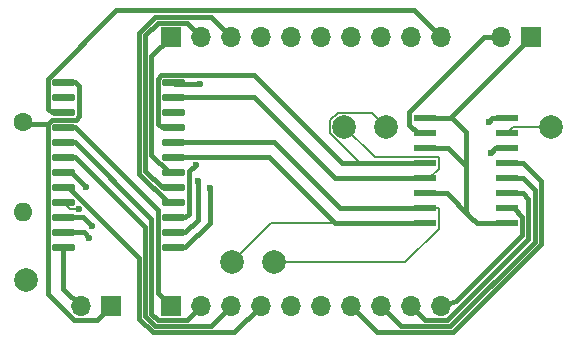
<source format=gbr>
G04 #@! TF.GenerationSoftware,KiCad,Pcbnew,(5.1.7-0-10_14)*
G04 #@! TF.CreationDate,2020-12-22T12:26:46-08:00*
G04 #@! TF.ProjectId,OPL3_breakout,4f504c33-5f62-4726-9561-6b6f75742e6b,1*
G04 #@! TF.SameCoordinates,Original*
G04 #@! TF.FileFunction,Copper,L1,Top*
G04 #@! TF.FilePolarity,Positive*
%FSLAX46Y46*%
G04 Gerber Fmt 4.6, Leading zero omitted, Abs format (unit mm)*
G04 Created by KiCad (PCBNEW (5.1.7-0-10_14)) date 2020-12-22 12:26:46*
%MOMM*%
%LPD*%
G01*
G04 APERTURE LIST*
G04 #@! TA.AperFunction,ComponentPad*
%ADD10C,2.000000*%
G04 #@! TD*
G04 #@! TA.AperFunction,ComponentPad*
%ADD11O,1.600000X1.600000*%
G04 #@! TD*
G04 #@! TA.AperFunction,ComponentPad*
%ADD12C,1.600000*%
G04 #@! TD*
G04 #@! TA.AperFunction,ComponentPad*
%ADD13O,1.700000X1.700000*%
G04 #@! TD*
G04 #@! TA.AperFunction,ComponentPad*
%ADD14R,1.700000X1.700000*%
G04 #@! TD*
G04 #@! TA.AperFunction,SMDPad,CuDef*
%ADD15R,1.970000X0.610000*%
G04 #@! TD*
G04 #@! TA.AperFunction,ViaPad*
%ADD16C,0.600000*%
G04 #@! TD*
G04 #@! TA.AperFunction,Conductor*
%ADD17C,0.400000*%
G04 #@! TD*
G04 #@! TA.AperFunction,Conductor*
%ADD18C,0.127000*%
G04 #@! TD*
G04 APERTURE END LIST*
D10*
X150500000Y-105500000D03*
X154000000Y-105500000D03*
X133000000Y-107000000D03*
X177500000Y-94000000D03*
X160000000Y-94000000D03*
X163500000Y-94000000D03*
D11*
X132800000Y-101220000D03*
D12*
X132800000Y-93600000D03*
D13*
X173240000Y-86400000D03*
D14*
X175780000Y-86400000D03*
D13*
X137680000Y-109200000D03*
D14*
X140220000Y-109200000D03*
D13*
X168160000Y-109200000D03*
X165620000Y-109200000D03*
X163080000Y-109200000D03*
X160540000Y-109200000D03*
X158000000Y-109200000D03*
X155460000Y-109200000D03*
X152920000Y-109200000D03*
X150380000Y-109200000D03*
X147840000Y-109200000D03*
D14*
X145300000Y-109200000D03*
D13*
X168160000Y-86400000D03*
X165620000Y-86400000D03*
X163080000Y-86400000D03*
X160540000Y-86400000D03*
X158000000Y-86400000D03*
X155460000Y-86400000D03*
X152920000Y-86400000D03*
X150380000Y-86400000D03*
X147840000Y-86400000D03*
D14*
X145300000Y-86400000D03*
D15*
X173727000Y-93301000D03*
X173727000Y-94571000D03*
X173727000Y-95841000D03*
X173727000Y-97111000D03*
X173727000Y-98381000D03*
X173727000Y-99651000D03*
X173727000Y-100921000D03*
X173727000Y-102191000D03*
X166797000Y-102191000D03*
X166797000Y-100921000D03*
X166797000Y-99651000D03*
X166797000Y-98381000D03*
X166797000Y-97111000D03*
X166797000Y-95841000D03*
X166797000Y-94571000D03*
X166797000Y-93301000D03*
G04 #@! TA.AperFunction,SMDPad,CuDef*
G36*
G01*
X144512000Y-90398500D02*
X144512000Y-90123500D01*
G75*
G02*
X144649500Y-89986000I137500J0D01*
G01*
X146374500Y-89986000D01*
G75*
G02*
X146512000Y-90123500I0J-137500D01*
G01*
X146512000Y-90398500D01*
G75*
G02*
X146374500Y-90536000I-137500J0D01*
G01*
X144649500Y-90536000D01*
G75*
G02*
X144512000Y-90398500I0J137500D01*
G01*
G37*
G04 #@! TD.AperFunction*
G04 #@! TA.AperFunction,SMDPad,CuDef*
G36*
G01*
X144512000Y-91668500D02*
X144512000Y-91393500D01*
G75*
G02*
X144649500Y-91256000I137500J0D01*
G01*
X146374500Y-91256000D01*
G75*
G02*
X146512000Y-91393500I0J-137500D01*
G01*
X146512000Y-91668500D01*
G75*
G02*
X146374500Y-91806000I-137500J0D01*
G01*
X144649500Y-91806000D01*
G75*
G02*
X144512000Y-91668500I0J137500D01*
G01*
G37*
G04 #@! TD.AperFunction*
G04 #@! TA.AperFunction,SMDPad,CuDef*
G36*
G01*
X144512000Y-92938500D02*
X144512000Y-92663500D01*
G75*
G02*
X144649500Y-92526000I137500J0D01*
G01*
X146374500Y-92526000D01*
G75*
G02*
X146512000Y-92663500I0J-137500D01*
G01*
X146512000Y-92938500D01*
G75*
G02*
X146374500Y-93076000I-137500J0D01*
G01*
X144649500Y-93076000D01*
G75*
G02*
X144512000Y-92938500I0J137500D01*
G01*
G37*
G04 #@! TD.AperFunction*
G04 #@! TA.AperFunction,SMDPad,CuDef*
G36*
G01*
X144512000Y-94208500D02*
X144512000Y-93933500D01*
G75*
G02*
X144649500Y-93796000I137500J0D01*
G01*
X146374500Y-93796000D01*
G75*
G02*
X146512000Y-93933500I0J-137500D01*
G01*
X146512000Y-94208500D01*
G75*
G02*
X146374500Y-94346000I-137500J0D01*
G01*
X144649500Y-94346000D01*
G75*
G02*
X144512000Y-94208500I0J137500D01*
G01*
G37*
G04 #@! TD.AperFunction*
G04 #@! TA.AperFunction,SMDPad,CuDef*
G36*
G01*
X144512000Y-95478500D02*
X144512000Y-95203500D01*
G75*
G02*
X144649500Y-95066000I137500J0D01*
G01*
X146374500Y-95066000D01*
G75*
G02*
X146512000Y-95203500I0J-137500D01*
G01*
X146512000Y-95478500D01*
G75*
G02*
X146374500Y-95616000I-137500J0D01*
G01*
X144649500Y-95616000D01*
G75*
G02*
X144512000Y-95478500I0J137500D01*
G01*
G37*
G04 #@! TD.AperFunction*
G04 #@! TA.AperFunction,SMDPad,CuDef*
G36*
G01*
X144512000Y-96748500D02*
X144512000Y-96473500D01*
G75*
G02*
X144649500Y-96336000I137500J0D01*
G01*
X146374500Y-96336000D01*
G75*
G02*
X146512000Y-96473500I0J-137500D01*
G01*
X146512000Y-96748500D01*
G75*
G02*
X146374500Y-96886000I-137500J0D01*
G01*
X144649500Y-96886000D01*
G75*
G02*
X144512000Y-96748500I0J137500D01*
G01*
G37*
G04 #@! TD.AperFunction*
G04 #@! TA.AperFunction,SMDPad,CuDef*
G36*
G01*
X144512000Y-98018500D02*
X144512000Y-97743500D01*
G75*
G02*
X144649500Y-97606000I137500J0D01*
G01*
X146374500Y-97606000D01*
G75*
G02*
X146512000Y-97743500I0J-137500D01*
G01*
X146512000Y-98018500D01*
G75*
G02*
X146374500Y-98156000I-137500J0D01*
G01*
X144649500Y-98156000D01*
G75*
G02*
X144512000Y-98018500I0J137500D01*
G01*
G37*
G04 #@! TD.AperFunction*
G04 #@! TA.AperFunction,SMDPad,CuDef*
G36*
G01*
X144512000Y-99288500D02*
X144512000Y-99013500D01*
G75*
G02*
X144649500Y-98876000I137500J0D01*
G01*
X146374500Y-98876000D01*
G75*
G02*
X146512000Y-99013500I0J-137500D01*
G01*
X146512000Y-99288500D01*
G75*
G02*
X146374500Y-99426000I-137500J0D01*
G01*
X144649500Y-99426000D01*
G75*
G02*
X144512000Y-99288500I0J137500D01*
G01*
G37*
G04 #@! TD.AperFunction*
G04 #@! TA.AperFunction,SMDPad,CuDef*
G36*
G01*
X144512000Y-100558500D02*
X144512000Y-100283500D01*
G75*
G02*
X144649500Y-100146000I137500J0D01*
G01*
X146374500Y-100146000D01*
G75*
G02*
X146512000Y-100283500I0J-137500D01*
G01*
X146512000Y-100558500D01*
G75*
G02*
X146374500Y-100696000I-137500J0D01*
G01*
X144649500Y-100696000D01*
G75*
G02*
X144512000Y-100558500I0J137500D01*
G01*
G37*
G04 #@! TD.AperFunction*
G04 #@! TA.AperFunction,SMDPad,CuDef*
G36*
G01*
X144512000Y-101828500D02*
X144512000Y-101553500D01*
G75*
G02*
X144649500Y-101416000I137500J0D01*
G01*
X146374500Y-101416000D01*
G75*
G02*
X146512000Y-101553500I0J-137500D01*
G01*
X146512000Y-101828500D01*
G75*
G02*
X146374500Y-101966000I-137500J0D01*
G01*
X144649500Y-101966000D01*
G75*
G02*
X144512000Y-101828500I0J137500D01*
G01*
G37*
G04 #@! TD.AperFunction*
G04 #@! TA.AperFunction,SMDPad,CuDef*
G36*
G01*
X144512000Y-103098500D02*
X144512000Y-102823500D01*
G75*
G02*
X144649500Y-102686000I137500J0D01*
G01*
X146374500Y-102686000D01*
G75*
G02*
X146512000Y-102823500I0J-137500D01*
G01*
X146512000Y-103098500D01*
G75*
G02*
X146374500Y-103236000I-137500J0D01*
G01*
X144649500Y-103236000D01*
G75*
G02*
X144512000Y-103098500I0J137500D01*
G01*
G37*
G04 #@! TD.AperFunction*
G04 #@! TA.AperFunction,SMDPad,CuDef*
G36*
G01*
X144512000Y-104368500D02*
X144512000Y-104093500D01*
G75*
G02*
X144649500Y-103956000I137500J0D01*
G01*
X146374500Y-103956000D01*
G75*
G02*
X146512000Y-104093500I0J-137500D01*
G01*
X146512000Y-104368500D01*
G75*
G02*
X146374500Y-104506000I-137500J0D01*
G01*
X144649500Y-104506000D01*
G75*
G02*
X144512000Y-104368500I0J137500D01*
G01*
G37*
G04 #@! TD.AperFunction*
G04 #@! TA.AperFunction,SMDPad,CuDef*
G36*
G01*
X135212000Y-104368500D02*
X135212000Y-104093500D01*
G75*
G02*
X135349500Y-103956000I137500J0D01*
G01*
X137074500Y-103956000D01*
G75*
G02*
X137212000Y-104093500I0J-137500D01*
G01*
X137212000Y-104368500D01*
G75*
G02*
X137074500Y-104506000I-137500J0D01*
G01*
X135349500Y-104506000D01*
G75*
G02*
X135212000Y-104368500I0J137500D01*
G01*
G37*
G04 #@! TD.AperFunction*
G04 #@! TA.AperFunction,SMDPad,CuDef*
G36*
G01*
X135212000Y-103098500D02*
X135212000Y-102823500D01*
G75*
G02*
X135349500Y-102686000I137500J0D01*
G01*
X137074500Y-102686000D01*
G75*
G02*
X137212000Y-102823500I0J-137500D01*
G01*
X137212000Y-103098500D01*
G75*
G02*
X137074500Y-103236000I-137500J0D01*
G01*
X135349500Y-103236000D01*
G75*
G02*
X135212000Y-103098500I0J137500D01*
G01*
G37*
G04 #@! TD.AperFunction*
G04 #@! TA.AperFunction,SMDPad,CuDef*
G36*
G01*
X135212000Y-101828500D02*
X135212000Y-101553500D01*
G75*
G02*
X135349500Y-101416000I137500J0D01*
G01*
X137074500Y-101416000D01*
G75*
G02*
X137212000Y-101553500I0J-137500D01*
G01*
X137212000Y-101828500D01*
G75*
G02*
X137074500Y-101966000I-137500J0D01*
G01*
X135349500Y-101966000D01*
G75*
G02*
X135212000Y-101828500I0J137500D01*
G01*
G37*
G04 #@! TD.AperFunction*
G04 #@! TA.AperFunction,SMDPad,CuDef*
G36*
G01*
X135212000Y-100558500D02*
X135212000Y-100283500D01*
G75*
G02*
X135349500Y-100146000I137500J0D01*
G01*
X137074500Y-100146000D01*
G75*
G02*
X137212000Y-100283500I0J-137500D01*
G01*
X137212000Y-100558500D01*
G75*
G02*
X137074500Y-100696000I-137500J0D01*
G01*
X135349500Y-100696000D01*
G75*
G02*
X135212000Y-100558500I0J137500D01*
G01*
G37*
G04 #@! TD.AperFunction*
G04 #@! TA.AperFunction,SMDPad,CuDef*
G36*
G01*
X135212000Y-99288500D02*
X135212000Y-99013500D01*
G75*
G02*
X135349500Y-98876000I137500J0D01*
G01*
X137074500Y-98876000D01*
G75*
G02*
X137212000Y-99013500I0J-137500D01*
G01*
X137212000Y-99288500D01*
G75*
G02*
X137074500Y-99426000I-137500J0D01*
G01*
X135349500Y-99426000D01*
G75*
G02*
X135212000Y-99288500I0J137500D01*
G01*
G37*
G04 #@! TD.AperFunction*
G04 #@! TA.AperFunction,SMDPad,CuDef*
G36*
G01*
X135212000Y-98018500D02*
X135212000Y-97743500D01*
G75*
G02*
X135349500Y-97606000I137500J0D01*
G01*
X137074500Y-97606000D01*
G75*
G02*
X137212000Y-97743500I0J-137500D01*
G01*
X137212000Y-98018500D01*
G75*
G02*
X137074500Y-98156000I-137500J0D01*
G01*
X135349500Y-98156000D01*
G75*
G02*
X135212000Y-98018500I0J137500D01*
G01*
G37*
G04 #@! TD.AperFunction*
G04 #@! TA.AperFunction,SMDPad,CuDef*
G36*
G01*
X135212000Y-96748500D02*
X135212000Y-96473500D01*
G75*
G02*
X135349500Y-96336000I137500J0D01*
G01*
X137074500Y-96336000D01*
G75*
G02*
X137212000Y-96473500I0J-137500D01*
G01*
X137212000Y-96748500D01*
G75*
G02*
X137074500Y-96886000I-137500J0D01*
G01*
X135349500Y-96886000D01*
G75*
G02*
X135212000Y-96748500I0J137500D01*
G01*
G37*
G04 #@! TD.AperFunction*
G04 #@! TA.AperFunction,SMDPad,CuDef*
G36*
G01*
X135212000Y-95478500D02*
X135212000Y-95203500D01*
G75*
G02*
X135349500Y-95066000I137500J0D01*
G01*
X137074500Y-95066000D01*
G75*
G02*
X137212000Y-95203500I0J-137500D01*
G01*
X137212000Y-95478500D01*
G75*
G02*
X137074500Y-95616000I-137500J0D01*
G01*
X135349500Y-95616000D01*
G75*
G02*
X135212000Y-95478500I0J137500D01*
G01*
G37*
G04 #@! TD.AperFunction*
G04 #@! TA.AperFunction,SMDPad,CuDef*
G36*
G01*
X135212000Y-94208500D02*
X135212000Y-93933500D01*
G75*
G02*
X135349500Y-93796000I137500J0D01*
G01*
X137074500Y-93796000D01*
G75*
G02*
X137212000Y-93933500I0J-137500D01*
G01*
X137212000Y-94208500D01*
G75*
G02*
X137074500Y-94346000I-137500J0D01*
G01*
X135349500Y-94346000D01*
G75*
G02*
X135212000Y-94208500I0J137500D01*
G01*
G37*
G04 #@! TD.AperFunction*
G04 #@! TA.AperFunction,SMDPad,CuDef*
G36*
G01*
X135212000Y-92938500D02*
X135212000Y-92663500D01*
G75*
G02*
X135349500Y-92526000I137500J0D01*
G01*
X137074500Y-92526000D01*
G75*
G02*
X137212000Y-92663500I0J-137500D01*
G01*
X137212000Y-92938500D01*
G75*
G02*
X137074500Y-93076000I-137500J0D01*
G01*
X135349500Y-93076000D01*
G75*
G02*
X135212000Y-92938500I0J137500D01*
G01*
G37*
G04 #@! TD.AperFunction*
G04 #@! TA.AperFunction,SMDPad,CuDef*
G36*
G01*
X135212000Y-91668500D02*
X135212000Y-91393500D01*
G75*
G02*
X135349500Y-91256000I137500J0D01*
G01*
X137074500Y-91256000D01*
G75*
G02*
X137212000Y-91393500I0J-137500D01*
G01*
X137212000Y-91668500D01*
G75*
G02*
X137074500Y-91806000I-137500J0D01*
G01*
X135349500Y-91806000D01*
G75*
G02*
X135212000Y-91668500I0J137500D01*
G01*
G37*
G04 #@! TD.AperFunction*
G04 #@! TA.AperFunction,SMDPad,CuDef*
G36*
G01*
X135212000Y-90398500D02*
X135212000Y-90123500D01*
G75*
G02*
X135349500Y-89986000I137500J0D01*
G01*
X137074500Y-89986000D01*
G75*
G02*
X137212000Y-90123500I0J-137500D01*
G01*
X137212000Y-90398500D01*
G75*
G02*
X137074500Y-90536000I-137500J0D01*
G01*
X135349500Y-90536000D01*
G75*
G02*
X135212000Y-90398500I0J137500D01*
G01*
G37*
G04 #@! TD.AperFunction*
D16*
X147800000Y-90400000D03*
X147400000Y-97238000D03*
X147600000Y-98600000D03*
X148600000Y-99200000D03*
X138400000Y-103400000D03*
X138600000Y-102400000D03*
X138100000Y-99100000D03*
X172200000Y-93600000D03*
X172400000Y-96200000D03*
X137500000Y-101000000D03*
D17*
X159197000Y-98381000D02*
X152347000Y-91531000D01*
X166797000Y-98381000D02*
X159197000Y-98381000D01*
X152347000Y-91531000D02*
X145512000Y-91531000D01*
X152344990Y-89658990D02*
X159797000Y-97111000D01*
X144457092Y-89658990D02*
X152344990Y-89658990D01*
X144184990Y-89931092D02*
X144457092Y-89658990D01*
X144184990Y-93743990D02*
X144184990Y-89931092D01*
X144512000Y-94071000D02*
X144184990Y-93743990D01*
X145512000Y-94071000D02*
X144512000Y-94071000D01*
X154007000Y-95341000D02*
X159587000Y-100921000D01*
X145512000Y-95341000D02*
X154007000Y-95341000D01*
X159587000Y-100921000D02*
X166797000Y-100921000D01*
X159207000Y-102191000D02*
X153627000Y-96611000D01*
X166797000Y-102191000D02*
X159207000Y-102191000D01*
X153627000Y-96611000D02*
X145512000Y-96611000D01*
X145651000Y-90400000D02*
X145512000Y-90261000D01*
X147800000Y-90400000D02*
X145651000Y-90400000D01*
X145125082Y-97881000D02*
X145512000Y-97881000D01*
X143657980Y-96413898D02*
X145125082Y-97881000D01*
X143657980Y-88042020D02*
X143657980Y-96413898D01*
X145300000Y-86400000D02*
X143657980Y-88042020D01*
X143130971Y-86280427D02*
X144188399Y-85222999D01*
X146662999Y-85222999D02*
X147840000Y-86400000D01*
X144188399Y-85222999D02*
X146662999Y-85222999D01*
X143130971Y-97769971D02*
X143130971Y-86280427D01*
X144512000Y-99151000D02*
X143130971Y-97769971D01*
X145512000Y-99151000D02*
X144512000Y-99151000D01*
X145036696Y-100421000D02*
X145512000Y-100421000D01*
X142603961Y-86062133D02*
X142603962Y-97988266D01*
X143970104Y-84695990D02*
X142603961Y-86062133D01*
X142603962Y-97988266D02*
X145036696Y-100421000D01*
X148675990Y-84695990D02*
X143970104Y-84695990D01*
X150380000Y-86400000D02*
X148675990Y-84695990D01*
X146839010Y-101363990D02*
X146839010Y-97798990D01*
X146839010Y-97798990D02*
X147400000Y-97238000D01*
X146512000Y-101691000D02*
X146839010Y-101363990D01*
X145512000Y-101691000D02*
X146512000Y-101691000D01*
X146512000Y-102961000D02*
X147600000Y-101873000D01*
X145512000Y-102961000D02*
X146512000Y-102961000D01*
X147600000Y-101873000D02*
X147600000Y-98600000D01*
X146512000Y-104231000D02*
X145512000Y-104231000D01*
X148600000Y-102143000D02*
X146512000Y-104231000D01*
X148600000Y-99200000D02*
X148600000Y-102143000D01*
X136212000Y-107732000D02*
X137680000Y-109200000D01*
X136212000Y-104231000D02*
X136212000Y-107732000D01*
X137961000Y-102961000D02*
X138400000Y-103400000D01*
X136212000Y-102961000D02*
X137961000Y-102961000D01*
X137891000Y-101691000D02*
X138600000Y-102400000D01*
X136212000Y-101691000D02*
X137891000Y-101691000D01*
X143751811Y-111431021D02*
X150688979Y-111431021D01*
X142603962Y-110283172D02*
X143751811Y-111431021D01*
X150688979Y-111431021D02*
X152920000Y-109200000D01*
X142603962Y-105156044D02*
X142603962Y-110283172D01*
X136598918Y-99151000D02*
X142603962Y-105156044D01*
X136212000Y-99151000D02*
X136598918Y-99151000D01*
X136881000Y-97881000D02*
X138100000Y-99100000D01*
X136212000Y-97881000D02*
X136881000Y-97881000D01*
X148675989Y-110904011D02*
X150380000Y-109200000D01*
X143970105Y-110904011D02*
X148675989Y-110904011D01*
X143130971Y-110064877D02*
X143970105Y-110904011D01*
X143130970Y-102529970D02*
X143130971Y-110064877D01*
X137212000Y-96611000D02*
X143130970Y-102529970D01*
X136212000Y-96611000D02*
X137212000Y-96611000D01*
X144188399Y-110377001D02*
X146662999Y-110377001D01*
X146662999Y-110377001D02*
X147840000Y-109200000D01*
X143657980Y-109846582D02*
X144188399Y-110377001D01*
X143657980Y-101786980D02*
X143657980Y-109846582D01*
X137212000Y-95341000D02*
X143657980Y-101786980D01*
X136212000Y-95341000D02*
X137212000Y-95341000D01*
X144184990Y-108084990D02*
X145300000Y-109200000D01*
X144184990Y-101043990D02*
X144184990Y-108084990D01*
X137212000Y-94071000D02*
X144184990Y-101043990D01*
X136212000Y-94071000D02*
X137212000Y-94071000D01*
X165928980Y-84168980D02*
X168160000Y-86400000D01*
X140647102Y-84168980D02*
X165928980Y-84168980D01*
X134884990Y-89931092D02*
X140647102Y-84168980D01*
X134884990Y-92473990D02*
X134884990Y-89931092D01*
X135212000Y-92801000D02*
X134884990Y-92473990D01*
X136212000Y-92801000D02*
X135212000Y-92801000D01*
X134884990Y-93741092D02*
X134884990Y-108146952D01*
X137115039Y-110377001D02*
X139042999Y-110377001D01*
X135223072Y-93403010D02*
X134884990Y-93741092D01*
X139042999Y-110377001D02*
X140220000Y-109200000D01*
X137266908Y-93403010D02*
X135223072Y-93403010D01*
X137539010Y-93130908D02*
X137266908Y-93403010D01*
X134884990Y-108146952D02*
X137115039Y-110377001D01*
X137539010Y-90588010D02*
X137539010Y-93130908D01*
X137212000Y-90261000D02*
X137539010Y-90588010D01*
X136212000Y-90261000D02*
X137212000Y-90261000D01*
X132941092Y-93741092D02*
X132800000Y-93600000D01*
X134884990Y-93741092D02*
X132941092Y-93741092D01*
X172499000Y-93301000D02*
X172200000Y-93600000D01*
X173727000Y-93301000D02*
X172499000Y-93301000D01*
X172759000Y-95841000D02*
X172400000Y-96200000D01*
X173727000Y-95841000D02*
X172759000Y-95841000D01*
X162771021Y-111431021D02*
X160540000Y-109200000D01*
X169161549Y-111431021D02*
X162771021Y-111431021D01*
X176620028Y-103972542D02*
X169161549Y-111431021D01*
X176620028Y-98619028D02*
X176620028Y-103972542D01*
X175112000Y-97111000D02*
X176620028Y-98619028D01*
X173727000Y-97111000D02*
X175112000Y-97111000D01*
X164784011Y-110904011D02*
X163080000Y-109200000D01*
X168943255Y-110904011D02*
X164784011Y-110904011D01*
X176093019Y-103754247D02*
X168943255Y-110904011D01*
X176093019Y-99362019D02*
X176093019Y-103754247D01*
X175112000Y-98381000D02*
X176093019Y-99362019D01*
X173727000Y-98381000D02*
X175112000Y-98381000D01*
X166797001Y-110377001D02*
X165620000Y-109200000D01*
X175566010Y-103535952D02*
X168724961Y-110377001D01*
X168724961Y-110377001D02*
X166797001Y-110377001D01*
X175566010Y-100105010D02*
X175566010Y-103535952D01*
X175112000Y-99651000D02*
X175566010Y-100105010D01*
X173727000Y-99651000D02*
X175112000Y-99651000D01*
X169450174Y-108750174D02*
X168160000Y-109200000D01*
X175039001Y-103200000D02*
X169450174Y-108750174D01*
X175039001Y-101624399D02*
X175039001Y-103200000D01*
X174335602Y-100921000D02*
X175039001Y-101624399D01*
X173727000Y-100921000D02*
X174335602Y-100921000D01*
X169117000Y-93301000D02*
X170262000Y-94446000D01*
X166797000Y-93301000D02*
X169117000Y-93301000D01*
X168757000Y-95841000D02*
X170262000Y-97346000D01*
X166797000Y-95841000D02*
X168757000Y-95841000D01*
X170262000Y-94446000D02*
X170262000Y-97346000D01*
X166797000Y-99651000D02*
X168667000Y-99651000D01*
X171207000Y-102191000D02*
X173727000Y-102191000D01*
X170262000Y-97346000D02*
X170262000Y-101246000D01*
X170262000Y-101246000D02*
X170662000Y-101646000D01*
X170662000Y-101646000D02*
X171207000Y-102191000D01*
X168667000Y-99651000D02*
X170662000Y-101646000D01*
X169117000Y-93063000D02*
X175780000Y-86400000D01*
X169117000Y-93301000D02*
X169117000Y-93063000D01*
X165484999Y-92734399D02*
X171819398Y-86400000D01*
X165484999Y-93867601D02*
X165484999Y-92734399D01*
X166188398Y-94571000D02*
X165484999Y-93867601D01*
X171819398Y-86400000D02*
X173240000Y-86400000D01*
X166797000Y-94571000D02*
X166188398Y-94571000D01*
D18*
X161349058Y-97111000D02*
X162389000Y-97111000D01*
X158809499Y-94571441D02*
X161349058Y-97111000D01*
X158809499Y-93428559D02*
X158809499Y-94571441D01*
X159428559Y-92809499D02*
X158809499Y-93428559D01*
X162309499Y-92809499D02*
X159428559Y-92809499D01*
X163500000Y-94000000D02*
X162309499Y-92809499D01*
D17*
X159797000Y-97111000D02*
X162389000Y-97111000D01*
X162389000Y-97111000D02*
X166797000Y-97111000D01*
D18*
X167972501Y-97568401D02*
X167159902Y-98381000D01*
X167972501Y-96653599D02*
X167972501Y-97568401D01*
X167934401Y-96615499D02*
X167972501Y-96653599D01*
X167159902Y-98381000D02*
X166797000Y-98381000D01*
X162615499Y-96615499D02*
X167934401Y-96615499D01*
X160000000Y-94000000D02*
X162615499Y-96615499D01*
X174298000Y-94000000D02*
X173727000Y-94571000D01*
X177500000Y-94000000D02*
X174298000Y-94000000D01*
X136791000Y-101000000D02*
X137500000Y-101000000D01*
X136212000Y-100421000D02*
X136791000Y-101000000D01*
X165120902Y-105500000D02*
X154000000Y-105500000D01*
X167972501Y-102648401D02*
X165120902Y-105500000D01*
X167972501Y-100984501D02*
X167972501Y-102648401D01*
X167909000Y-100921000D02*
X167972501Y-100984501D01*
X166797000Y-100921000D02*
X167909000Y-100921000D01*
X153809000Y-102191000D02*
X150500000Y-105500000D01*
X159207000Y-102191000D02*
X153809000Y-102191000D01*
M02*

</source>
